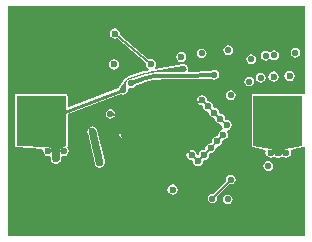
<source format=gbl>
G04*
G04 #@! TF.GenerationSoftware,Altium Limited,Altium Designer,24.8.2 (39)*
G04*
G04 Layer_Physical_Order=2*
G04 Layer_Color=16711680*
%FSLAX44Y44*%
%MOMM*%
G71*
G04*
G04 #@! TF.SameCoordinates,51F5D0A7-D834-435B-83A4-D3E02903F5C0*
G04*
G04*
G04 #@! TF.FilePolarity,Positive*
G04*
G01*
G75*
%ADD10C,0.2540*%
%ADD57C,0.1270*%
%ADD60C,0.5588*%
%ADD61C,0.6000*%
%ADD62C,0.3500*%
%ADD63R,4.1500X4.2000*%
%ADD64C,7.0000*%
G36*
X99126Y22665D02*
X98020Y22270D01*
X97856Y22270D01*
X97003D01*
X96750Y22375D01*
X55250D01*
X54997Y22270D01*
X53980D01*
Y21253D01*
X53875Y21000D01*
Y-21000D01*
X53980Y-21253D01*
Y-22270D01*
X54860D01*
X54973Y-22346D01*
X65641Y-24543D01*
X66009Y-25441D01*
X65678Y-27107D01*
X66009Y-28773D01*
X66953Y-30186D01*
X68365Y-31129D01*
X70031Y-31461D01*
X71697Y-31129D01*
X72305Y-30724D01*
X72567Y-30600D01*
X73646Y-30371D01*
X74619Y-31022D01*
X74740Y-31046D01*
X74865Y-31129D01*
X75013Y-31159D01*
X75115Y-31227D01*
X76263Y-31455D01*
X76384Y-31431D01*
X76531Y-31461D01*
X76679Y-31431D01*
X76799Y-31455D01*
X77948Y-31227D01*
X78050Y-31159D01*
X78197Y-31129D01*
X78323Y-31046D01*
X78443Y-31022D01*
X79416Y-30371D01*
X80610Y-30625D01*
X81365Y-31129D01*
X83031Y-31461D01*
X84697Y-31129D01*
X86110Y-30186D01*
X87053Y-28773D01*
X87385Y-27107D01*
X87053Y-25441D01*
X87445Y-24466D01*
X97047Y-22342D01*
X97150Y-22270D01*
X97856D01*
X98020Y-22270D01*
X99126Y-22665D01*
Y-97410D01*
X-152410D01*
Y97410D01*
X99126D01*
Y22665D01*
D02*
G37*
G36*
X96750Y-21000D02*
X82383Y-24178D01*
X82149Y-24230D01*
X81702Y-24407D01*
X81290Y-24652D01*
X80922Y-24961D01*
X80607Y-25323D01*
X80354Y-25732D01*
X80262Y-25953D01*
X79303Y-28255D01*
X78653Y-29228D01*
X77679Y-29879D01*
X76531Y-30107D01*
X75383Y-29879D01*
X74410Y-29228D01*
X73760Y-28255D01*
X72800Y-25953D01*
X72707Y-25728D01*
X72449Y-25314D01*
X72128Y-24948D01*
X71752Y-24637D01*
X71330Y-24392D01*
X70875Y-24218D01*
X70636Y-24169D01*
X55250Y-21000D01*
Y21000D01*
X96750D01*
Y-21000D01*
D02*
G37*
%LPC*%
G36*
X72882Y59520D02*
X71296Y59205D01*
X69952Y58307D01*
X69906Y58239D01*
X68345Y58188D01*
X67333Y58864D01*
X65747Y59180D01*
X64162Y58864D01*
X62817Y57966D01*
X61919Y56622D01*
X61604Y55036D01*
X61919Y53450D01*
X62817Y52106D01*
X64162Y51208D01*
X65747Y50893D01*
X67333Y51208D01*
X68677Y52106D01*
X68723Y52174D01*
X70284Y52225D01*
X71296Y51548D01*
X72882Y51233D01*
X74468Y51548D01*
X75812Y52447D01*
X76710Y53791D01*
X77025Y55377D01*
X76710Y56962D01*
X75812Y58307D01*
X74468Y59205D01*
X72882Y59520D01*
D02*
G37*
G36*
X34232Y63796D02*
X32647Y63481D01*
X31302Y62582D01*
X30404Y61238D01*
X30089Y59652D01*
X30404Y58067D01*
X31302Y56722D01*
X32647Y55824D01*
X34232Y55509D01*
X35818Y55824D01*
X37162Y56722D01*
X38061Y58067D01*
X38376Y59652D01*
X38061Y61238D01*
X37162Y62582D01*
X35818Y63481D01*
X34232Y63796D01*
D02*
G37*
G36*
X91007Y61528D02*
X89421Y61212D01*
X88077Y60314D01*
X87179Y58970D01*
X86863Y57384D01*
X87179Y55798D01*
X88077Y54454D01*
X89421Y53556D01*
X91007Y53240D01*
X92593Y53556D01*
X93937Y54454D01*
X94835Y55798D01*
X95150Y57384D01*
X94835Y58970D01*
X93937Y60314D01*
X92593Y61212D01*
X91007Y61528D01*
D02*
G37*
G36*
X11599Y61060D02*
X10014Y60745D01*
X8669Y59847D01*
X7771Y58502D01*
X7455Y56916D01*
X7771Y55331D01*
X8669Y53987D01*
X10014Y53088D01*
X11599Y52773D01*
X13185Y53088D01*
X14529Y53987D01*
X15427Y55331D01*
X15743Y56916D01*
X15427Y58502D01*
X14529Y59847D01*
X13185Y60745D01*
X11599Y61060D01*
D02*
G37*
G36*
X-5580Y58258D02*
X-7246Y57927D01*
X-8659Y56983D01*
X-9602Y55571D01*
X-9934Y53905D01*
X-9602Y52238D01*
X-8659Y50826D01*
X-7246Y49882D01*
X-5580Y49551D01*
X-3914Y49882D01*
X-2502Y50826D01*
X-1558Y52238D01*
X-1227Y53905D01*
X-1558Y55571D01*
X-2502Y56983D01*
X-3914Y57927D01*
X-5580Y58258D01*
D02*
G37*
G36*
X53445Y56307D02*
X51859Y55991D01*
X50515Y55093D01*
X49616Y53749D01*
X49301Y52163D01*
X49616Y50577D01*
X50515Y49233D01*
X51859Y48335D01*
X53445Y48019D01*
X55030Y48335D01*
X56375Y49233D01*
X57273Y50577D01*
X57588Y52163D01*
X57273Y53749D01*
X56375Y55093D01*
X55030Y55991D01*
X53445Y56307D01*
D02*
G37*
G36*
X-62637Y51959D02*
X-64303Y51627D01*
X-65715Y50683D01*
X-66659Y49271D01*
X-66990Y47605D01*
X-66659Y45939D01*
X-65715Y44527D01*
X-64303Y43583D01*
X-62637Y43251D01*
X-60971Y43583D01*
X-59558Y44527D01*
X-58615Y45939D01*
X-58283Y47605D01*
X-58615Y49271D01*
X-59558Y50683D01*
X-60971Y51627D01*
X-62637Y51959D01*
D02*
G37*
G36*
X-61867Y78166D02*
X-63533Y77834D01*
X-64945Y76891D01*
X-65889Y75478D01*
X-66220Y73812D01*
X-65889Y72146D01*
X-64945Y70734D01*
X-63533Y69790D01*
X-61867Y69458D01*
X-60201Y69790D01*
X-60170Y69810D01*
X-35568Y48807D01*
X-35765Y47813D01*
X-35434Y46146D01*
X-34490Y44734D01*
X-33189Y43864D01*
X-33158Y43521D01*
X-33715Y42474D01*
X-35343Y42120D01*
X-35372Y42100D01*
X-35407Y42104D01*
X-37017Y41673D01*
X-37027Y41665D01*
X-37039Y41667D01*
X-50592Y37786D01*
X-50763Y37650D01*
X-50977Y37608D01*
X-52707Y36451D01*
X-52851Y36237D01*
X-53069Y36098D01*
X-58087Y28950D01*
X-58091Y28933D01*
X-58105Y28924D01*
X-58711Y28017D01*
X-58737Y27887D01*
X-58815Y27770D01*
X-58842Y27633D01*
X-58916Y27522D01*
X-58929Y27459D01*
X-100830Y11561D01*
X-101875Y12282D01*
Y21000D01*
X-101980Y21253D01*
Y22270D01*
X-102997D01*
X-103250Y22375D01*
X-144750D01*
X-145003Y22270D01*
X-146020D01*
Y21253D01*
X-146125Y21000D01*
Y-21000D01*
X-146020Y-21253D01*
Y-22270D01*
X-145043D01*
X-144834Y-22372D01*
X-123458Y-23684D01*
X-122445Y-25018D01*
X-122568Y-25634D01*
X-122236Y-27300D01*
X-121293Y-28712D01*
X-119880Y-29656D01*
X-118214Y-29987D01*
X-117359Y-29817D01*
X-116089Y-30760D01*
Y-32134D01*
X-116048Y-32232D01*
X-116039Y-32282D01*
X-116062Y-32402D01*
X-115834Y-33550D01*
X-115766Y-33652D01*
X-115737Y-33800D01*
X-115653Y-33925D01*
X-115629Y-34046D01*
X-114979Y-35019D01*
X-114876Y-35087D01*
X-114793Y-35212D01*
X-114668Y-35296D01*
X-114599Y-35398D01*
X-113626Y-36049D01*
X-113506Y-36072D01*
X-113380Y-36156D01*
X-113233Y-36186D01*
X-113131Y-36254D01*
X-111982Y-36482D01*
X-111862Y-36458D01*
X-111714Y-36488D01*
X-111567Y-36458D01*
X-111446Y-36482D01*
X-110298Y-36254D01*
X-110196Y-36186D01*
X-110048Y-36156D01*
X-109923Y-36072D01*
X-109803Y-36049D01*
X-108829Y-35398D01*
X-108761Y-35296D01*
X-108636Y-35212D01*
X-108552Y-35087D01*
X-108450Y-35019D01*
X-107800Y-34046D01*
X-107776Y-33925D01*
X-107692Y-33800D01*
X-107663Y-33652D01*
X-107594Y-33550D01*
X-107366Y-32402D01*
X-107390Y-32281D01*
X-107380Y-32232D01*
X-107340Y-32134D01*
Y-30760D01*
X-106070Y-29817D01*
X-105214Y-29987D01*
X-103548Y-29656D01*
X-102136Y-28712D01*
X-101192Y-27300D01*
X-100861Y-25634D01*
X-101192Y-23968D01*
X-101587Y-23377D01*
X-101980Y-22270D01*
X-101919Y-21346D01*
X-101944Y-21167D01*
X-101875Y-21000D01*
Y5624D01*
X-57067Y22625D01*
X-56820Y22460D01*
X-56689Y22434D01*
X-56572Y22356D01*
X-56435Y22329D01*
X-56324Y22255D01*
X-55255Y22042D01*
X-55124Y22068D01*
X-54987Y22041D01*
X-54849Y22068D01*
X-54718Y22042D01*
X-53649Y22255D01*
X-53538Y22329D01*
X-53401Y22356D01*
X-53284Y22434D01*
X-53154Y22460D01*
X-52247Y23066D01*
X-52173Y23177D01*
X-52056Y23254D01*
X-51979Y23371D01*
X-51868Y23445D01*
X-51262Y24352D01*
X-51236Y24482D01*
X-51158Y24599D01*
X-51131Y24736D01*
X-51057Y24847D01*
X-50844Y25916D01*
X-50870Y26047D01*
X-50863Y26085D01*
X-50818Y26196D01*
X-50825Y27060D01*
X-49560Y27669D01*
X-48172Y27393D01*
X-46586Y27709D01*
X-45242Y28607D01*
X-44581Y29596D01*
X-38155Y32010D01*
X-36967Y32383D01*
X-36595Y32545D01*
X-35412Y32963D01*
X-35376Y32977D01*
X-35250Y33025D01*
X-34634Y33258D01*
X-33830Y33468D01*
X-33830Y33468D01*
X-33463Y33589D01*
X-33042Y33726D01*
X-32227Y33897D01*
X-32226Y33897D01*
X-31704Y34041D01*
X-31429Y34117D01*
X-30604Y34249D01*
X-30568Y34257D01*
X-29989Y34388D01*
X-29798Y34432D01*
X-28967Y34523D01*
X-28929Y34529D01*
X-28278Y34646D01*
X-28159Y34667D01*
X-27322Y34716D01*
X-27321Y34716D01*
X-26361Y34821D01*
X-26057Y34853D01*
X-25263Y34890D01*
X-24000Y34873D01*
X-24000Y34872D01*
X-24000Y34873D01*
X-22763Y34949D01*
X-3987Y34925D01*
X-3972Y34909D01*
X-3960Y34908D01*
X-3920Y34913D01*
X-3709Y34928D01*
X-2716Y34956D01*
X19704Y35590D01*
X20714Y34915D01*
X22300Y34600D01*
X23885Y34915D01*
X25230Y35813D01*
X26128Y37158D01*
X26443Y38743D01*
X26128Y40329D01*
X25230Y41673D01*
X23885Y42572D01*
X22300Y42887D01*
X20714Y42572D01*
X19475Y41744D01*
X659Y41213D01*
X488Y41390D01*
X35Y42139D01*
X-42Y42463D01*
X-31Y42481D01*
X182Y43550D01*
X156Y43680D01*
X183Y43818D01*
X156Y43955D01*
X182Y44086D01*
X-31Y45155D01*
X-105Y45266D01*
X-132Y45404D01*
X-210Y45520D01*
X-236Y45651D01*
X-842Y46557D01*
X-952Y46631D01*
X-1030Y46748D01*
X-1147Y46826D01*
X-1221Y46936D01*
X-2127Y47542D01*
X-2258Y47568D01*
X-2375Y47646D01*
X-2512Y47674D01*
X-2623Y47748D01*
X-3692Y47960D01*
X-3823Y47934D01*
X-3960Y47962D01*
X-4085Y47937D01*
X-4212Y47963D01*
X-27775Y43580D01*
X-28266Y44594D01*
X-28307Y44773D01*
X-27389Y46146D01*
X-27058Y47813D01*
X-27389Y49479D01*
X-28333Y50891D01*
X-29746Y51835D01*
X-31412Y52166D01*
X-33078Y51835D01*
X-33108Y51815D01*
X-57711Y72818D01*
X-57513Y73812D01*
X-57844Y75478D01*
X-58788Y76891D01*
X-60201Y77834D01*
X-61867Y78166D01*
D02*
G37*
G36*
X86100Y42168D02*
X84434Y41837D01*
X83021Y40893D01*
X82078Y39481D01*
X81746Y37815D01*
X82078Y36149D01*
X83021Y34736D01*
X84434Y33792D01*
X86100Y33461D01*
X87766Y33792D01*
X89178Y34736D01*
X90122Y36149D01*
X90453Y37815D01*
X90122Y39481D01*
X89178Y40893D01*
X87766Y41837D01*
X86100Y42168D01*
D02*
G37*
G36*
X72582Y41716D02*
X70916Y41384D01*
X69503Y40441D01*
X68560Y39028D01*
X68228Y37362D01*
X68560Y35696D01*
X69503Y34284D01*
X70916Y33340D01*
X72582Y33008D01*
X74248Y33340D01*
X75660Y34284D01*
X76604Y35696D01*
X76936Y37362D01*
X76604Y39028D01*
X75660Y40441D01*
X74248Y41384D01*
X72582Y41716D01*
D02*
G37*
G36*
X61558Y40488D02*
X59972Y40173D01*
X58628Y39274D01*
X57730Y37930D01*
X57414Y36344D01*
X57730Y34759D01*
X58628Y33414D01*
X59972Y32516D01*
X61558Y32201D01*
X63144Y32516D01*
X64488Y33414D01*
X65386Y34759D01*
X65702Y36344D01*
X65386Y37930D01*
X64488Y39274D01*
X63144Y40173D01*
X61558Y40488D01*
D02*
G37*
G36*
X51761Y37296D02*
X50175Y36981D01*
X48830Y36082D01*
X47932Y34738D01*
X47617Y33152D01*
X47932Y31567D01*
X48830Y30222D01*
X50175Y29324D01*
X51761Y29009D01*
X53346Y29324D01*
X54690Y30222D01*
X55589Y31567D01*
X55904Y33152D01*
X55589Y34738D01*
X54690Y36082D01*
X53346Y36981D01*
X51761Y37296D01*
D02*
G37*
G36*
X36371Y25622D02*
X34785Y25306D01*
X33441Y24408D01*
X32542Y23064D01*
X32227Y21478D01*
X32542Y19892D01*
X33441Y18548D01*
X34785Y17650D01*
X36371Y17335D01*
X37956Y17650D01*
X39301Y18548D01*
X40199Y19892D01*
X40514Y21478D01*
X40199Y23064D01*
X39301Y24408D01*
X37956Y25306D01*
X36371Y25622D01*
D02*
G37*
G36*
X-65617Y9846D02*
X-67203Y9531D01*
X-68547Y8633D01*
X-69445Y7288D01*
X-69760Y5703D01*
X-69445Y4117D01*
X-68547Y2773D01*
X-67203Y1874D01*
X-65617Y1559D01*
X-64031Y1874D01*
X-62687Y2773D01*
X-61789Y4117D01*
X-61473Y5703D01*
X-61789Y7288D01*
X-62687Y8633D01*
X-64031Y9531D01*
X-65617Y9846D01*
D02*
G37*
G36*
X-80782Y-4748D02*
X-80929Y-4777D01*
X-81050Y-4753D01*
X-82198Y-4981D01*
X-82300Y-5049D01*
X-82448Y-5079D01*
X-82573Y-5163D01*
X-82693Y-5186D01*
X-83667Y-5837D01*
X-83735Y-5939D01*
X-83860Y-6023D01*
X-83944Y-6148D01*
X-84046Y-6216D01*
X-84696Y-7189D01*
X-84720Y-7310D01*
X-84804Y-7435D01*
X-84833Y-7583D01*
X-84902Y-7685D01*
X-85130Y-8833D01*
X-85106Y-8953D01*
X-85135Y-9101D01*
X-85106Y-9249D01*
X-85130Y-9369D01*
X-84902Y-10517D01*
X-84890Y-10535D01*
X-84893Y-10556D01*
X-78842Y-37000D01*
X-78776Y-37093D01*
X-78752Y-37212D01*
X-78668Y-37337D01*
X-78644Y-37457D01*
X-77994Y-38431D01*
X-77892Y-38499D01*
X-77808Y-38624D01*
X-77683Y-38708D01*
X-77615Y-38810D01*
X-76642Y-39460D01*
X-76521Y-39484D01*
X-76396Y-39568D01*
X-76248Y-39597D01*
X-76146Y-39666D01*
X-74998Y-39894D01*
X-74878Y-39870D01*
X-74730Y-39899D01*
X-74582Y-39870D01*
X-74462Y-39894D01*
X-73314Y-39666D01*
X-73211Y-39597D01*
X-73064Y-39568D01*
X-72939Y-39484D01*
X-72818Y-39460D01*
X-71845Y-38810D01*
X-71777Y-38708D01*
X-71651Y-38624D01*
X-71568Y-38499D01*
X-71466Y-38431D01*
X-70815Y-37457D01*
X-70791Y-37337D01*
X-70708Y-37212D01*
X-70678Y-37064D01*
X-70610Y-36962D01*
X-70382Y-35814D01*
X-70406Y-35693D01*
X-70376Y-35546D01*
X-70406Y-35398D01*
X-70382Y-35277D01*
X-70610Y-34129D01*
X-70622Y-34112D01*
X-70618Y-34091D01*
X-76670Y-7646D01*
X-76736Y-7554D01*
X-76759Y-7435D01*
X-76843Y-7310D01*
X-76867Y-7189D01*
X-77517Y-6216D01*
X-77620Y-6148D01*
X-77703Y-6023D01*
X-77828Y-5939D01*
X-77897Y-5837D01*
X-78870Y-5186D01*
X-78990Y-5163D01*
X-79116Y-5079D01*
X-79263Y-5049D01*
X-79366Y-4981D01*
X-80513Y-4753D01*
X-80634Y-4777D01*
X-80782Y-4748D01*
D02*
G37*
G36*
X-33629Y-1097D02*
X-35215Y-1412D01*
X-36559Y-2310D01*
X-37457Y-3655D01*
X-37772Y-5240D01*
X-37457Y-6826D01*
X-36559Y-8170D01*
X-35215Y-9069D01*
X-33629Y-9384D01*
X-32043Y-9069D01*
X-30699Y-8170D01*
X-29801Y-6826D01*
X-29485Y-5240D01*
X-29801Y-3655D01*
X-30699Y-2310D01*
X-32043Y-1412D01*
X-33629Y-1097D01*
D02*
G37*
G36*
X11946Y21639D02*
X10280Y21308D01*
X8868Y20364D01*
X7924Y18952D01*
X7593Y17286D01*
X7924Y15620D01*
X8868Y14207D01*
X10280Y13263D01*
X11946Y12932D01*
X12633Y12246D01*
X12602Y12089D01*
X12933Y10423D01*
X13877Y9011D01*
X15289Y8067D01*
X16788Y7769D01*
X17218Y7529D01*
X17900Y6847D01*
X17887Y6786D01*
X18219Y5120D01*
X19163Y3707D01*
X20575Y2763D01*
X21790Y2522D01*
X22936Y1777D01*
X23268Y111D01*
X24212Y-1302D01*
X25624Y-2245D01*
X27290Y-2577D01*
X27538Y-2528D01*
X28436Y-3426D01*
X28387Y-3670D01*
X28719Y-5336D01*
X29379Y-6323D01*
X29011Y-7569D01*
X28897Y-7714D01*
X28312Y-7830D01*
X26899Y-8774D01*
X25955Y-10187D01*
X25624Y-11853D01*
X25688Y-12176D01*
X24608Y-13256D01*
X24527Y-13240D01*
X22861Y-13571D01*
X21448Y-14515D01*
X20505Y-15928D01*
X20173Y-17594D01*
X20281Y-18138D01*
X19383Y-19036D01*
X19130Y-18986D01*
X17463Y-19317D01*
X16051Y-20261D01*
X15107Y-21673D01*
X14776Y-23339D01*
X14854Y-23734D01*
X13956Y-24632D01*
X13714Y-24584D01*
X12048Y-24915D01*
X10636Y-25859D01*
X9692Y-27271D01*
X9373Y-28873D01*
X9277Y-29165D01*
X9057Y-29300D01*
X8661Y-29302D01*
X7461Y-28826D01*
X7129Y-27160D01*
X6186Y-25747D01*
X4773Y-24804D01*
X3107Y-24472D01*
X1441Y-24804D01*
X29Y-25747D01*
X-915Y-27160D01*
X-1247Y-28826D01*
X-915Y-30492D01*
X29Y-31904D01*
X1441Y-32848D01*
X2995Y-33157D01*
X3379Y-33324D01*
X4112Y-34056D01*
X4057Y-34330D01*
X4388Y-35996D01*
X5332Y-37409D01*
X6745Y-38353D01*
X8411Y-38684D01*
X10077Y-38353D01*
X11489Y-37409D01*
X12433Y-35996D01*
X12764Y-34330D01*
X12733Y-34173D01*
X13449Y-33456D01*
X13847Y-33265D01*
X15380Y-32960D01*
X16793Y-32016D01*
X17737Y-30603D01*
X18068Y-28937D01*
X17989Y-28543D01*
X18887Y-27645D01*
X19130Y-27693D01*
X20796Y-27362D01*
X22208Y-26418D01*
X23152Y-25005D01*
X23483Y-23339D01*
X23375Y-22795D01*
X24273Y-21897D01*
X24527Y-21947D01*
X26193Y-21616D01*
X27605Y-20672D01*
X28549Y-19260D01*
X28880Y-17594D01*
X28816Y-17270D01*
X29896Y-16190D01*
X29978Y-16206D01*
X31644Y-15875D01*
X33056Y-14931D01*
X34000Y-13519D01*
X34331Y-11853D01*
X34000Y-10187D01*
X33340Y-9199D01*
X33707Y-7953D01*
X33822Y-7808D01*
X34407Y-7692D01*
X35819Y-6748D01*
X36763Y-5336D01*
X37095Y-3670D01*
X36763Y-2004D01*
X35819Y-591D01*
X34407Y353D01*
X32741Y684D01*
X32493Y635D01*
X31595Y1533D01*
X31644Y1777D01*
X31312Y3443D01*
X30369Y4855D01*
X28956Y5799D01*
X27741Y6041D01*
X26595Y6786D01*
X26263Y8452D01*
X25319Y9864D01*
X23907Y10808D01*
X22408Y11106D01*
X21979Y11346D01*
X21297Y12028D01*
X21309Y12089D01*
X20978Y13755D01*
X20034Y15168D01*
X18621Y16112D01*
X16955Y16443D01*
X16269Y17129D01*
X16300Y17286D01*
X15969Y18952D01*
X15025Y20364D01*
X13613Y21308D01*
X11946Y21639D01*
D02*
G37*
G36*
X-53778Y-7545D02*
X-55364Y-7860D01*
X-56708Y-8758D01*
X-57607Y-10103D01*
X-57922Y-11688D01*
X-57607Y-13274D01*
X-56708Y-14618D01*
X-55364Y-15517D01*
X-53778Y-15832D01*
X-52193Y-15517D01*
X-50848Y-14618D01*
X-49950Y-13274D01*
X-49635Y-11688D01*
X-49950Y-10103D01*
X-50848Y-8758D01*
X-52193Y-7860D01*
X-53778Y-7545D01*
D02*
G37*
G36*
X67977Y-34211D02*
X66391Y-34526D01*
X65047Y-35424D01*
X64149Y-36769D01*
X63833Y-38354D01*
X64149Y-39940D01*
X65047Y-41284D01*
X66391Y-42182D01*
X67977Y-42498D01*
X69563Y-42182D01*
X70907Y-41284D01*
X71805Y-39940D01*
X72120Y-38354D01*
X71805Y-36769D01*
X70907Y-35424D01*
X69563Y-34526D01*
X67977Y-34211D01*
D02*
G37*
G36*
X36248Y-45633D02*
X34662Y-45949D01*
X33318Y-46847D01*
X32420Y-48191D01*
X32104Y-49777D01*
X32353Y-51028D01*
X21821Y-61998D01*
X20741Y-61783D01*
X19155Y-62098D01*
X17811Y-62997D01*
X16913Y-64341D01*
X16597Y-65927D01*
X16913Y-67512D01*
X17811Y-68857D01*
X19155Y-69755D01*
X20741Y-70070D01*
X22327Y-69755D01*
X23671Y-68857D01*
X24569Y-67512D01*
X24885Y-65927D01*
X24636Y-64675D01*
X35168Y-53706D01*
X36248Y-53920D01*
X37834Y-53605D01*
X39178Y-52707D01*
X40076Y-51363D01*
X40392Y-49777D01*
X40076Y-48191D01*
X39178Y-46847D01*
X37834Y-45949D01*
X36248Y-45633D01*
D02*
G37*
G36*
X-12947Y-53916D02*
X-14613Y-54248D01*
X-16025Y-55191D01*
X-16969Y-56604D01*
X-17300Y-58270D01*
X-16969Y-59936D01*
X-16025Y-61348D01*
X-14613Y-62292D01*
X-12947Y-62624D01*
X-11281Y-62292D01*
X-9868Y-61348D01*
X-8924Y-59936D01*
X-8593Y-58270D01*
X-8924Y-56604D01*
X-9868Y-55191D01*
X-11281Y-54248D01*
X-12947Y-53916D01*
D02*
G37*
G36*
X33791Y-62548D02*
X32206Y-62863D01*
X30861Y-63762D01*
X29963Y-65106D01*
X29648Y-66692D01*
X29963Y-68277D01*
X30861Y-69622D01*
X32206Y-70520D01*
X33791Y-70835D01*
X35377Y-70520D01*
X36721Y-69622D01*
X37620Y-68277D01*
X37935Y-66692D01*
X37620Y-65106D01*
X36721Y-63762D01*
X35377Y-62863D01*
X33791Y-62548D01*
D02*
G37*
%LPD*%
G36*
X-2891Y46399D02*
X-1985Y45794D01*
X-1379Y44887D01*
X-1166Y43818D01*
X-1379Y42749D01*
X-1985Y41842D01*
X-2891Y41237D01*
X-3960Y41024D01*
X-23992Y41050D01*
X-24140Y41050D01*
X-24287Y41043D01*
X-27615Y40884D01*
X-27831Y40874D01*
X-28045Y40849D01*
X-29699Y40651D01*
X-29842Y40634D01*
X-29984Y40610D01*
X-31627Y40334D01*
X-31769Y40310D01*
X-31910Y40279D01*
X-33538Y39925D01*
X-33678Y39894D01*
X-33817Y39857D01*
X-35427Y39426D01*
X-35479Y39412D01*
X-35531Y39397D01*
X-49294Y35443D01*
X-49548Y35370D01*
X-50033Y35159D01*
X-50487Y34887D01*
X-50901Y34559D01*
X-51270Y34180D01*
X-51586Y33757D01*
X-51845Y33296D01*
X-52042Y32805D01*
X-52174Y32293D01*
X-52238Y31768D01*
X-52236Y31504D01*
X-52193Y26184D01*
X-52405Y25115D01*
X-53011Y24209D01*
X-53917Y23603D01*
X-54987Y23391D01*
X-56056Y23603D01*
X-56962Y24209D01*
X-57568Y25115D01*
X-57780Y26184D01*
X-57568Y27254D01*
X-56962Y28160D01*
X-51944Y35308D01*
X-50213Y36465D01*
X-36661Y40345D01*
X-35051Y40777D01*
X-33423Y41131D01*
X-3960Y46612D01*
X-2891Y46399D01*
D02*
G37*
G36*
X-103250Y-21000D02*
X-106734Y-23047D01*
X-106943Y-23170D01*
X-107316Y-23480D01*
X-107635Y-23845D01*
X-107890Y-24256D01*
X-107984Y-24480D01*
X-108714Y-26234D01*
Y-32134D01*
X-108943Y-33282D01*
X-109593Y-34255D01*
X-110566Y-34906D01*
X-111714Y-35134D01*
X-112862Y-34906D01*
X-113836Y-34255D01*
X-114486Y-33282D01*
X-114714Y-32134D01*
Y-26234D01*
X-115445Y-24480D01*
X-115537Y-24259D01*
X-115789Y-23852D01*
X-116102Y-23490D01*
X-116469Y-23182D01*
X-116880Y-22936D01*
X-117324Y-22759D01*
X-117792Y-22654D01*
X-118031Y-22640D01*
X-144750Y-21000D01*
Y21000D01*
X-103250D01*
Y-21000D01*
D02*
G37*
G36*
X-79634Y-6330D02*
X-78660Y-6980D01*
X-78010Y-7953D01*
X-71958Y-34398D01*
X-71730Y-35546D01*
X-71958Y-36694D01*
X-72609Y-37667D01*
X-73582Y-38317D01*
X-74730Y-38546D01*
X-75878Y-38317D01*
X-76851Y-37667D01*
X-77502Y-36694D01*
X-83553Y-10249D01*
X-83782Y-9101D01*
X-83553Y-7953D01*
X-82903Y-6980D01*
X-81930Y-6330D01*
X-80782Y-6101D01*
X-79634Y-6330D01*
D02*
G37*
D10*
X-124000Y0D02*
X-54987Y26184D01*
D57*
X76531Y-27107D02*
X83031D01*
X-111714Y-25634D02*
X-105214D01*
X-118214D02*
X-111714D01*
X70031Y-27107D02*
X76531D01*
X20741Y-65927D02*
X36248Y-49777D01*
X-61867Y73812D02*
X-31412Y47813D01*
X13714Y-28937D02*
X19130Y-23339D01*
X3107Y-28826D02*
X8411Y-34330D01*
X19130Y-23339D02*
X24527Y-17594D01*
X29978Y-11853D01*
X-65617Y5703D02*
X-24000Y0D01*
X22241Y6786D02*
X27290Y1777D01*
X11946Y17286D02*
X16955Y12089D01*
X27290Y1777D02*
X32741Y-3670D01*
X16955Y12089D02*
X22241Y6786D01*
X-24000Y0D02*
X11946Y17286D01*
X8411Y-34330D02*
X13714Y-28937D01*
X-24000Y0D02*
X3107Y-28826D01*
D60*
X53445Y52163D02*
D03*
X93126Y94000D02*
D03*
Y84000D02*
D03*
Y74000D02*
D03*
Y64000D02*
D03*
Y34000D02*
D03*
Y-26000D02*
D03*
Y-36000D02*
D03*
Y-46000D02*
D03*
Y-56000D02*
D03*
Y-66000D02*
D03*
Y-76000D02*
D03*
Y-86000D02*
D03*
X-150000Y-95000D02*
D03*
X-140000D02*
D03*
X-130000D02*
D03*
X-120000D02*
D03*
X-110000D02*
D03*
X-100000D02*
D03*
X-90000D02*
D03*
X-80000D02*
D03*
X-70000D02*
D03*
X-60000D02*
D03*
X-50000D02*
D03*
X-40000D02*
D03*
X-30000D02*
D03*
X-20000D02*
D03*
X-10000D02*
D03*
X0D02*
D03*
X10000D02*
D03*
X20000D02*
D03*
X30000D02*
D03*
X40000D02*
D03*
X50000D02*
D03*
X60000D02*
D03*
X70000D02*
D03*
X80000D02*
D03*
X-150000Y-85000D02*
D03*
Y-75000D02*
D03*
Y-65000D02*
D03*
Y-55000D02*
D03*
Y-45000D02*
D03*
Y-35000D02*
D03*
Y-25000D02*
D03*
Y-15000D02*
D03*
Y-5000D02*
D03*
Y5000D02*
D03*
Y15000D02*
D03*
Y25000D02*
D03*
Y35000D02*
D03*
Y45000D02*
D03*
Y55000D02*
D03*
Y65000D02*
D03*
Y75000D02*
D03*
Y85000D02*
D03*
Y95000D02*
D03*
X-140000D02*
D03*
X-130000D02*
D03*
X-120000D02*
D03*
X-110000D02*
D03*
X-100000D02*
D03*
X-90000D02*
D03*
X-80000D02*
D03*
X-70000D02*
D03*
X-60000D02*
D03*
X-50000D02*
D03*
X-40000D02*
D03*
X-30000D02*
D03*
X-20000D02*
D03*
X-10000D02*
D03*
X0D02*
D03*
X10000D02*
D03*
X20000D02*
D03*
X30000D02*
D03*
X40000D02*
D03*
X50000D02*
D03*
X60000D02*
D03*
X70000D02*
D03*
X80000D02*
D03*
X-53778Y-11688D02*
D03*
X72882Y55377D02*
D03*
X-33629Y-5240D02*
D03*
X36371Y21478D02*
D03*
X33791Y-66692D02*
D03*
X-65617Y5703D02*
D03*
X11599Y56916D02*
D03*
X36248Y-49777D02*
D03*
X61558Y36344D02*
D03*
X34232Y59652D02*
D03*
X-3960Y43818D02*
D03*
X22300Y38743D02*
D03*
X67977Y-38354D02*
D03*
X20741Y-65927D02*
D03*
X65747Y55036D02*
D03*
X-54987Y26184D02*
D03*
X51761Y33152D02*
D03*
X-48172Y31537D02*
D03*
X91007Y57384D02*
D03*
D61*
X76531Y-27107D02*
D03*
X70031D02*
D03*
X86100Y37815D02*
D03*
X13714Y-28937D02*
D03*
X-105214Y-25634D02*
D03*
X27290Y1777D02*
D03*
X8411Y-34330D02*
D03*
X3107Y-28826D02*
D03*
X83031Y-27107D02*
D03*
X-74730Y-35546D02*
D03*
X24527Y-17594D02*
D03*
X-61867Y73812D02*
D03*
X22241Y6786D02*
D03*
X-111714Y-25634D02*
D03*
X19130Y-23339D02*
D03*
X-12947Y-58270D02*
D03*
X-111714Y-32134D02*
D03*
X29978Y-11853D02*
D03*
X32741Y-3670D02*
D03*
X-118214Y-25634D02*
D03*
X-80782Y-9101D02*
D03*
X-31412Y47813D02*
D03*
X-5580Y53905D02*
D03*
X11946Y17286D02*
D03*
X-62637Y47605D02*
D03*
X16955Y12089D02*
D03*
X72582Y37362D02*
D03*
D62*
X-3968Y38004D02*
G03*
X-3796Y38006I8J5814D01*
G01*
X-23996Y38030D02*
G03*
X-24144Y38026I-4J-3020D01*
G01*
X-27472Y37868D02*
G03*
X-27686Y37850I144J-3017D01*
G01*
X-29341Y37652D02*
G03*
X-29483Y37632I358J-2999D01*
G01*
X-31126Y37355D02*
G03*
X-31268Y37328I501J-2978D01*
G01*
X-32896Y36974D02*
G03*
X-33036Y36940I642J-2951D01*
G01*
X-34645Y36509D02*
G03*
X-34783Y36468I782J-2917D01*
G01*
X-36370Y35961D02*
G03*
X-36506Y35914I920J-2877D01*
G01*
X-38067Y35332D02*
G03*
X-38074Y35329I1055J-2830D01*
G01*
X-3796Y38006D02*
X22300Y38743D01*
X-23996Y38030D02*
X-3968Y38004D01*
X-27472Y37868D02*
X-24144Y38026D01*
X-29341Y37652D02*
X-27686Y37850D01*
X-31126Y37355D02*
X-29483Y37632D01*
X-32896Y36974D02*
X-31268Y37328D01*
X-34645Y36509D02*
X-33036Y36940D01*
X-36370Y35961D02*
X-34783Y36468D01*
X-38067Y35332D02*
X-36506Y35914D01*
X-48172Y31537D02*
X-38074Y35329D01*
D63*
X-124000Y0D02*
D03*
X76000D02*
D03*
D64*
X-24000D02*
D03*
M02*

</source>
